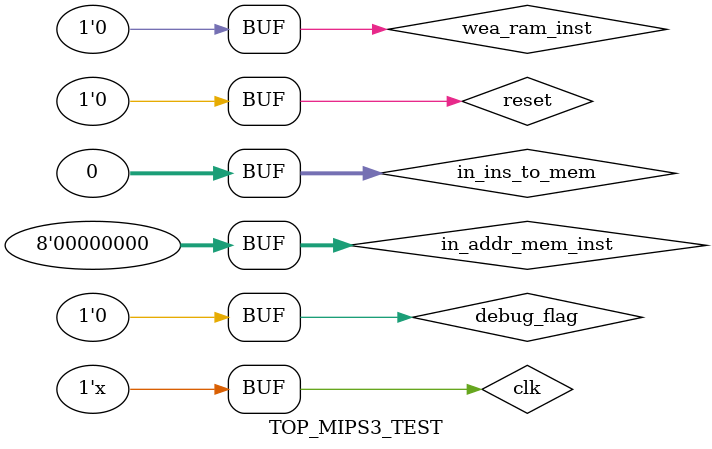
<source format=v>
`timescale 1ns / 1ps


module TOP_MIPS3_TEST;

	// Inputs
	reg clk;
	reg reset;
	reg debug_flag;
	reg [7:0] in_addr_mem_inst;
	reg [31:0] in_ins_to_mem;
	reg wea_ram_inst;

	// Outputs

	wire [31:0] out_reg0_recolector;
	wire [31:0] out_reg1_recolector;
	wire [31:0] out_reg2_recolector;
	wire [31:0] out_reg3_recolector;
	wire [31:0] out_reg4_recolector;
	wire [31:0] out_reg5_recolector;
	wire [31:0] out_reg6_recolector;
	wire [31:0] out_reg7_recolector;
	wire [31:0] out_mem_wire;
	wire [7:0] led_fpga;
	wire [7:0] out_pc;
	wire [31:0] out_instruct;
	wire halt_flag;

	// Instantiate the Unit Under Test (UUT)
	TOP_MIPS uut (
		.clk(clk), 
		.reset(reset), 
		.debug_flag(debug_flag), 
		.in_addr_mem_inst(in_addr_mem_inst), 
		.in_ins_to_mem(in_ins_to_mem),
		.out_reg0_recolector(out_reg0_recolector), 
		.out_reg1_recolector(out_reg1_recolector), 
		.out_reg2_recolector(out_reg2_recolector), 
		.out_reg3_recolector(out_reg3_recolector), 
		.out_reg4_recolector(out_reg4_recolector), 
		.out_reg5_recolector(out_reg5_recolector), 
		.out_reg6_recolector(out_reg6_recolector), 
		.out_reg7_recolector(out_reg7_recolector),  
		.wea_ram_inst(wea_ram_inst), 
		.led_fpga(led_fpga), 
		.out_pc(out_pc), 
		.out_mem_wire(out_mem_wire),
		.out_instruct(out_instruct),
		.halt_flag(halt_flag)
	);

	initial begin
		// Initialize Inputs
		//$monitor($time,out_mem_wire, out_pc);
		clk = 1;
		reset = 0;
		debug_flag = 0;
		in_addr_mem_inst = 0;
		in_ins_to_mem = 0;
		wea_ram_inst = 0;
	end

	always 
	begin
		#10 clk = ~clk;
	end

      
endmodule


</source>
